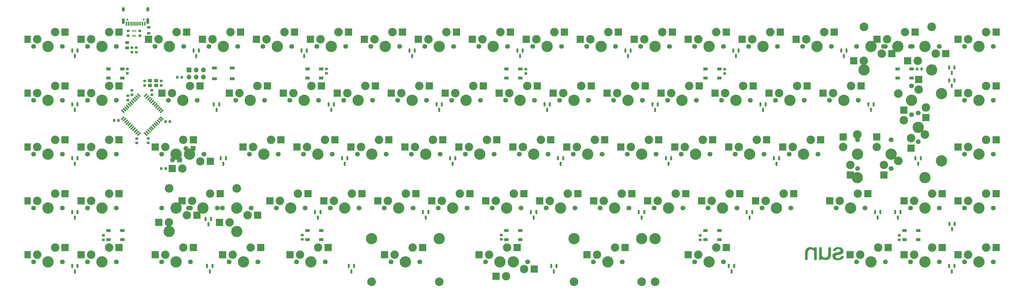
<source format=gbr>
%TF.GenerationSoftware,KiCad,Pcbnew,(5.99.0-11177-g6c67dfa032)*%
%TF.CreationDate,2021-09-17T12:08:35+03:00*%
%TF.ProjectId,SunsetterR2_Hotswap,53756e73-6574-4746-9572-52325f486f74,rev?*%
%TF.SameCoordinates,Original*%
%TF.FileFunction,Soldermask,Bot*%
%TF.FilePolarity,Negative*%
%FSLAX46Y46*%
G04 Gerber Fmt 4.6, Leading zero omitted, Abs format (unit mm)*
G04 Created by KiCad (PCBNEW (5.99.0-11177-g6c67dfa032)) date 2021-09-17 12:08:35*
%MOMM*%
%LPD*%
G01*
G04 APERTURE LIST*
G04 Aperture macros list*
%AMRoundRect*
0 Rectangle with rounded corners*
0 $1 Rounding radius*
0 $2 $3 $4 $5 $6 $7 $8 $9 X,Y pos of 4 corners*
0 Add a 4 corners polygon primitive as box body*
4,1,4,$2,$3,$4,$5,$6,$7,$8,$9,$2,$3,0*
0 Add four circle primitives for the rounded corners*
1,1,$1+$1,$2,$3*
1,1,$1+$1,$4,$5*
1,1,$1+$1,$6,$7*
1,1,$1+$1,$8,$9*
0 Add four rect primitives between the rounded corners*
20,1,$1+$1,$2,$3,$4,$5,0*
20,1,$1+$1,$4,$5,$6,$7,0*
20,1,$1+$1,$6,$7,$8,$9,0*
20,1,$1+$1,$8,$9,$2,$3,0*%
%AMRotRect*
0 Rectangle, with rotation*
0 The origin of the aperture is its center*
0 $1 length*
0 $2 width*
0 $3 Rotation angle, in degrees counterclockwise*
0 Add horizontal line*
21,1,$1,$2,0,0,$3*%
G04 Aperture macros list end*
%ADD10C,3.987800*%
%ADD11C,3.048000*%
%ADD12C,3.050000*%
%ADD13C,4.000000*%
%ADD14R,1.500000X1.000000*%
%ADD15C,1.700000*%
%ADD16C,3.000000*%
%ADD17C,1.200000*%
%ADD18R,2.550000X2.500000*%
%ADD19R,2.200000X2.500000*%
%ADD20RoundRect,0.200000X-0.275000X0.200000X-0.275000X-0.200000X0.275000X-0.200000X0.275000X0.200000X0*%
%ADD21RoundRect,0.225000X0.250000X-0.225000X0.250000X0.225000X-0.250000X0.225000X-0.250000X-0.225000X0*%
%ADD22R,2.500000X2.550000*%
%ADD23RoundRect,0.150000X-0.150000X0.587500X-0.150000X-0.587500X0.150000X-0.587500X0.150000X0.587500X0*%
%ADD24C,2.950000*%
%ADD25RoundRect,0.225000X0.225000X0.250000X-0.225000X0.250000X-0.225000X-0.250000X0.225000X-0.250000X0*%
%ADD26R,1.700000X1.000000*%
%ADD27RoundRect,0.225000X-0.250000X0.225000X-0.250000X-0.225000X0.250000X-0.225000X0.250000X0.225000X0*%
%ADD28R,1.400000X1.200000*%
%ADD29R,0.375000X0.500000*%
%ADD30R,0.300000X0.650000*%
%ADD31R,1.700000X1.700000*%
%ADD32O,1.700000X1.700000*%
%ADD33RoundRect,0.243750X-0.456250X0.243750X-0.456250X-0.243750X0.456250X-0.243750X0.456250X0.243750X0*%
%ADD34C,0.650000*%
%ADD35R,0.600000X1.450000*%
%ADD36R,0.300000X1.450000*%
%ADD37O,1.000000X2.100000*%
%ADD38O,1.000000X1.600000*%
%ADD39RoundRect,0.200000X0.275000X-0.200000X0.275000X0.200000X-0.275000X0.200000X-0.275000X-0.200000X0*%
%ADD40RoundRect,0.225000X-0.225000X-0.250000X0.225000X-0.250000X0.225000X0.250000X-0.225000X0.250000X0*%
%ADD41RoundRect,0.200000X0.200000X0.275000X-0.200000X0.275000X-0.200000X-0.275000X0.200000X-0.275000X0*%
%ADD42RotRect,1.500000X0.550000X315.000000*%
%ADD43RotRect,1.500000X0.550000X225.000000*%
%ADD44RoundRect,0.200000X-0.200000X-0.275000X0.200000X-0.275000X0.200000X0.275000X-0.200000X0.275000X0*%
%ADD45RoundRect,0.218750X-0.381250X0.218750X-0.381250X-0.218750X0.381250X-0.218750X0.381250X0.218750X0*%
G04 APERTURE END LIST*
%TO.C,G\u002A\u002A\u002A*%
G36*
X311274163Y-110428049D02*
G01*
X311274246Y-110588510D01*
X311274781Y-110886123D01*
X311276081Y-111138895D01*
X311278484Y-111351405D01*
X311282329Y-111528236D01*
X311287955Y-111673966D01*
X311295699Y-111793178D01*
X311305899Y-111890451D01*
X311318895Y-111970367D01*
X311335023Y-112037505D01*
X311354622Y-112096447D01*
X311378030Y-112151774D01*
X311405587Y-112208065D01*
X311408366Y-112213438D01*
X311490520Y-112337429D01*
X311601917Y-112461738D01*
X311726376Y-112570298D01*
X311847716Y-112647042D01*
X312032760Y-112717066D01*
X312270016Y-112762358D01*
X312518601Y-112767553D01*
X312765762Y-112731479D01*
X312853928Y-112708037D01*
X313037253Y-112635411D01*
X313185607Y-112535077D01*
X313304482Y-112401472D01*
X313399367Y-112229032D01*
X313475756Y-112012194D01*
X313484830Y-111979134D01*
X313495074Y-111935380D01*
X313503682Y-111886635D01*
X313510841Y-111828235D01*
X313516739Y-111755518D01*
X313521563Y-111663819D01*
X313525502Y-111548475D01*
X313528743Y-111404822D01*
X313531474Y-111228198D01*
X313533882Y-111013939D01*
X313536155Y-110757381D01*
X313538481Y-110453862D01*
X313548586Y-109079319D01*
X314500407Y-109079319D01*
X314500407Y-110216707D01*
X314500067Y-110452742D01*
X314497932Y-110800738D01*
X314493627Y-111104194D01*
X314486910Y-111367494D01*
X314477538Y-111595020D01*
X314465268Y-111791154D01*
X314449857Y-111960280D01*
X314431064Y-112106780D01*
X314408646Y-112235037D01*
X314382359Y-112349433D01*
X314283973Y-112647756D01*
X314153693Y-112906390D01*
X313991457Y-113124573D01*
X313796927Y-113302613D01*
X313569761Y-113440824D01*
X313309618Y-113539516D01*
X313016159Y-113599001D01*
X313004912Y-113600381D01*
X312871580Y-113609745D01*
X312711146Y-113611572D01*
X312539327Y-113606578D01*
X312371837Y-113595480D01*
X312224391Y-113578994D01*
X312112704Y-113557834D01*
X311959191Y-113509449D01*
X311693398Y-113385938D01*
X311449909Y-113220415D01*
X311273781Y-113078110D01*
X311273781Y-113570782D01*
X310344513Y-113570782D01*
X310344513Y-109079319D01*
X311273781Y-109079319D01*
X311274163Y-110428049D01*
G37*
G36*
X307493763Y-109058130D02*
G01*
X307774946Y-109114122D01*
X308034252Y-109204863D01*
X308264726Y-109328420D01*
X308459410Y-109482861D01*
X308489694Y-109511167D01*
X308540289Y-109553221D01*
X308569116Y-109569766D01*
X308574315Y-109561406D01*
X308581987Y-109512605D01*
X308587265Y-109429914D01*
X308589228Y-109324543D01*
X308589228Y-109079319D01*
X309518496Y-109079319D01*
X309518496Y-113570782D01*
X308589228Y-113570782D01*
X308589228Y-112176066D01*
X308589226Y-112098456D01*
X308589119Y-111805623D01*
X308588740Y-111558783D01*
X308587933Y-111353396D01*
X308586540Y-111184919D01*
X308584403Y-111048810D01*
X308581366Y-110940527D01*
X308577272Y-110855529D01*
X308571964Y-110789273D01*
X308565285Y-110737217D01*
X308557077Y-110694820D01*
X308547184Y-110657539D01*
X308535448Y-110620832D01*
X308481685Y-110484730D01*
X308365305Y-110288589D01*
X308212864Y-110127712D01*
X308021347Y-109998449D01*
X307922917Y-109955117D01*
X307746561Y-109908583D01*
X307548676Y-109884511D01*
X307342929Y-109882767D01*
X307142983Y-109903219D01*
X306962506Y-109945733D01*
X306815162Y-110010178D01*
X306704722Y-110084645D01*
X306592060Y-110190278D01*
X306503473Y-110317863D01*
X306432453Y-110477224D01*
X306372488Y-110678187D01*
X306361982Y-110721300D01*
X306351441Y-110770625D01*
X306342717Y-110823008D01*
X306335637Y-110883306D01*
X306330032Y-110956374D01*
X306325729Y-111047071D01*
X306322557Y-111160252D01*
X306320346Y-111300775D01*
X306318925Y-111473496D01*
X306318121Y-111683273D01*
X306317764Y-111934962D01*
X306317683Y-112233420D01*
X306317683Y-113570782D01*
X305357694Y-113570782D01*
X305369532Y-112196240D01*
X305370582Y-112076249D01*
X305373311Y-111787848D01*
X305376076Y-111544174D01*
X305379075Y-111340201D01*
X305382507Y-111170904D01*
X305386571Y-111031258D01*
X305391468Y-110916237D01*
X305397395Y-110820816D01*
X305404552Y-110739970D01*
X305413139Y-110668674D01*
X305423354Y-110601901D01*
X305435397Y-110534628D01*
X305442770Y-110496286D01*
X305503506Y-110235953D01*
X305577243Y-110015779D01*
X305668484Y-109826184D01*
X305781732Y-109657590D01*
X305921488Y-109500416D01*
X305939959Y-109482135D01*
X306101855Y-109341080D01*
X306269752Y-109232738D01*
X306454636Y-109152208D01*
X306667488Y-109094584D01*
X306919293Y-109054964D01*
X307197659Y-109038819D01*
X307493763Y-109058130D01*
G37*
G36*
X317293010Y-109037741D02*
G01*
X317591312Y-109067903D01*
X317882637Y-109130532D01*
X318138217Y-109225246D01*
X318361486Y-109353345D01*
X318555878Y-109516131D01*
X318613199Y-109575823D01*
X318748134Y-109748240D01*
X318842258Y-109929939D01*
X318903067Y-110134269D01*
X318932284Y-110322058D01*
X318934354Y-110577769D01*
X318889707Y-110813263D01*
X318799193Y-111026715D01*
X318663658Y-111216299D01*
X318483951Y-111380190D01*
X318260919Y-111516565D01*
X318212122Y-111540303D01*
X318128833Y-111577159D01*
X318041473Y-111609977D01*
X317943329Y-111640418D01*
X317827688Y-111670149D01*
X317687838Y-111700831D01*
X317517064Y-111734130D01*
X317308654Y-111771708D01*
X317055895Y-111815231D01*
X317039624Y-111817999D01*
X316814718Y-111858240D01*
X316634583Y-111895710D01*
X316493069Y-111933115D01*
X316384031Y-111973157D01*
X316301319Y-112018541D01*
X316238788Y-112071969D01*
X316190288Y-112136145D01*
X316149673Y-112213773D01*
X316121465Y-112284562D01*
X316104839Y-112375608D01*
X316118649Y-112468162D01*
X316163634Y-112581759D01*
X316248699Y-112713795D01*
X316379865Y-112827691D01*
X316549681Y-112910112D01*
X316756327Y-112960197D01*
X316997984Y-112977083D01*
X317070735Y-112975617D01*
X317304569Y-112949057D01*
X317510098Y-112890627D01*
X317679789Y-112802257D01*
X317727410Y-112764841D01*
X317817902Y-112672402D01*
X317901415Y-112563446D01*
X317966479Y-112453767D01*
X318001625Y-112359155D01*
X318017429Y-112280132D01*
X319042206Y-112280132D01*
X319027286Y-112364024D01*
X319015527Y-112425655D01*
X318958001Y-112640221D01*
X318876979Y-112825551D01*
X318765857Y-112997647D01*
X318686225Y-113090479D01*
X318562248Y-113209326D01*
X318425576Y-113320110D01*
X318294919Y-113406583D01*
X318244382Y-113432927D01*
X318105988Y-113491937D01*
X317942409Y-113548893D01*
X317771440Y-113597902D01*
X317610874Y-113633073D01*
X317478907Y-113651328D01*
X317263873Y-113667263D01*
X317028743Y-113672235D01*
X316791160Y-113666391D01*
X316568770Y-113649878D01*
X316379219Y-113622841D01*
X316159527Y-113572992D01*
X315874784Y-113479514D01*
X315633359Y-113360701D01*
X315433568Y-113215248D01*
X315273724Y-113041850D01*
X315152145Y-112839200D01*
X315067146Y-112605994D01*
X315047529Y-112523620D01*
X315018985Y-112285680D01*
X315030051Y-112051976D01*
X315078576Y-111830224D01*
X315162409Y-111628136D01*
X315279401Y-111453429D01*
X315427399Y-111313815D01*
X315454792Y-111294026D01*
X315537658Y-111238849D01*
X315623949Y-111190128D01*
X315719599Y-111145982D01*
X315830545Y-111104531D01*
X315962721Y-111063896D01*
X316122062Y-111022195D01*
X316314505Y-110977549D01*
X316545985Y-110928078D01*
X316822436Y-110871900D01*
X317037658Y-110827752D01*
X317230541Y-110784728D01*
X317384683Y-110745030D01*
X317506510Y-110706303D01*
X317602449Y-110666192D01*
X317678925Y-110622343D01*
X317742363Y-110572402D01*
X317799190Y-110514014D01*
X317874329Y-110398621D01*
X317905817Y-110271985D01*
X317890350Y-110145496D01*
X317829726Y-110024820D01*
X317725742Y-109915624D01*
X317580195Y-109823575D01*
X317573035Y-109820052D01*
X317501198Y-109785895D01*
X317441527Y-109762782D01*
X317381265Y-109748576D01*
X317307652Y-109741142D01*
X317207931Y-109738342D01*
X317069344Y-109738042D01*
X316978262Y-109738431D01*
X316861915Y-109740890D01*
X316777378Y-109747144D01*
X316712316Y-109758952D01*
X316654389Y-109778076D01*
X316591261Y-109806276D01*
X316511866Y-109848554D01*
X316363742Y-109962411D01*
X316258627Y-110103091D01*
X316194330Y-110273171D01*
X316177269Y-110344156D01*
X315700220Y-110344156D01*
X315659099Y-110344190D01*
X315494119Y-110344425D01*
X315373919Y-110342277D01*
X315292874Y-110334337D01*
X315245355Y-110317199D01*
X315225736Y-110287458D01*
X315228390Y-110241705D01*
X315247691Y-110176535D01*
X315278011Y-110088540D01*
X315303951Y-110015854D01*
X315385477Y-109836361D01*
X315488308Y-109681226D01*
X315624892Y-109530419D01*
X315774249Y-109401984D01*
X316012346Y-109254931D01*
X316284871Y-109144508D01*
X316590224Y-109071186D01*
X316926803Y-109035440D01*
X317293010Y-109037741D01*
G37*
%TD*%
D10*
%TO.C,>NAME*%
X176244250Y-106045000D03*
D11*
X152368250Y-121285000D03*
X176244250Y-121285000D03*
D10*
X152368250Y-106045000D03*
%TD*%
%TO.C,>NAME*%
X252450500Y-106045000D03*
D11*
X152374500Y-121285000D03*
D10*
X152374500Y-106045000D03*
D11*
X252450500Y-121285000D03*
%TD*%
D10*
%TO.C,>NAME*%
X247681750Y-106045000D03*
D11*
X247681750Y-121285000D03*
X223805750Y-121285000D03*
D10*
X223805750Y-106045000D03*
%TD*%
%TO.C,>NAME*%
X323818250Y-84455000D03*
D11*
X347694250Y-69215000D03*
X323818250Y-69215000D03*
D10*
X347694250Y-84455000D03*
%TD*%
D12*
%TO.C,REF\u002A\u002A*%
X338281250Y-54775000D03*
X338281250Y-78575000D03*
D13*
X353521250Y-54775000D03*
X353521250Y-78575000D03*
%TD*%
D10*
%TO.C,>NAME*%
X104806750Y-103505000D03*
D11*
X80930750Y-88265000D03*
X104806750Y-88265000D03*
D10*
X80930750Y-103505000D03*
%TD*%
%TO.C,ST72*%
X350075500Y-46355000D03*
X326199500Y-46355000D03*
D11*
X326199500Y-31115000D03*
X350075500Y-31115000D03*
%TD*%
D14*
%TO.C,RGB5*%
X342968750Y-46025000D03*
X342968750Y-49225000D03*
X338068750Y-49225000D03*
X338068750Y-46025000D03*
%TD*%
%TO.C,RGB8*%
X199956250Y-106375000D03*
X199956250Y-103175000D03*
X204856250Y-103175000D03*
X204856250Y-106375000D03*
%TD*%
D15*
%TO.C,K21*%
X114617500Y-57150000D03*
D13*
X109537500Y-57150000D03*
D16*
X105727500Y-54610000D03*
D15*
X104457500Y-57150000D03*
D16*
X112077500Y-52070000D03*
D17*
X102177500Y-54610000D03*
D18*
X102177500Y-54610000D03*
X115627500Y-52070000D03*
D17*
X115627500Y-52070000D03*
%TD*%
D15*
%TO.C,K80*%
X361632500Y-95250000D03*
D13*
X366712500Y-95250000D03*
D16*
X369252500Y-90170000D03*
X362902500Y-92710000D03*
D15*
X371792500Y-95250000D03*
D18*
X359352500Y-92710000D03*
D17*
X359352500Y-92710000D03*
D18*
X372802500Y-90170000D03*
D17*
X372802500Y-90170000D03*
%TD*%
D15*
%TO.C,K35*%
X43180000Y-76200000D03*
X33020000Y-76200000D03*
D13*
X38100000Y-76200000D03*
D16*
X40640000Y-71120000D03*
X34290000Y-73660000D03*
D19*
X30915000Y-73660000D03*
D17*
X30740000Y-73660000D03*
D18*
X44190000Y-71120000D03*
D17*
X44190000Y-71120000D03*
%TD*%
D16*
%TO.C,K30*%
X277177500Y-54610000D03*
D13*
X280987500Y-57150000D03*
D15*
X286067500Y-57150000D03*
D16*
X283527500Y-52070000D03*
D15*
X275907500Y-57150000D03*
D17*
X273627500Y-54610000D03*
D18*
X273627500Y-54610000D03*
D17*
X287077500Y-52070000D03*
D18*
X287077500Y-52070000D03*
%TD*%
D20*
%TO.C,R6*%
X67792600Y-38494200D03*
X67792600Y-40144200D03*
%TD*%
D13*
%TO.C,K31*%
X300037500Y-57150000D03*
D16*
X296227500Y-54610000D03*
D15*
X305117500Y-57150000D03*
X294957500Y-57150000D03*
D16*
X302577500Y-52070000D03*
D18*
X292677500Y-54610000D03*
D17*
X292677500Y-54610000D03*
X306127500Y-52070000D03*
D18*
X306127500Y-52070000D03*
%TD*%
D21*
%TO.C,C4*%
X74803000Y-55131000D03*
X74803000Y-53581000D03*
%TD*%
D13*
%TO.C,K33*%
X342900000Y-57150000D03*
D15*
X342900000Y-62230000D03*
D16*
X347980000Y-59690000D03*
X345440000Y-53340000D03*
D15*
X342900000Y-52070000D03*
D22*
X345440000Y-49790000D03*
D17*
X345440000Y-49790000D03*
X347980000Y-63240000D03*
D22*
X347980000Y-63240000D03*
%TD*%
D23*
%TO.C,KD20*%
X99062500Y-77643750D03*
X100962500Y-77643750D03*
X100012500Y-79518750D03*
%TD*%
D20*
%TO.C,R2*%
X70586600Y-32576000D03*
X70586600Y-34226000D03*
%TD*%
D23*
%TO.C,KD4*%
X165737500Y-39543750D03*
X167637500Y-39543750D03*
X166687500Y-41418750D03*
%TD*%
D15*
%TO.C,K73*%
X159226250Y-114300000D03*
D24*
X160496250Y-111760000D03*
X166846250Y-109220000D03*
D15*
X169386250Y-114300000D03*
D13*
X164306250Y-114300000D03*
D17*
X156946250Y-111760000D03*
D18*
X156946250Y-111760000D03*
X170396250Y-109220000D03*
D17*
X170396250Y-109220000D03*
%TD*%
D16*
%TO.C,K51*%
X40640000Y-90170000D03*
D13*
X38100000Y-95250000D03*
D16*
X34290000Y-92710000D03*
D15*
X43180000Y-95250000D03*
X33020000Y-95250000D03*
D19*
X30915000Y-92710000D03*
D17*
X30740000Y-92710000D03*
D18*
X44190000Y-90170000D03*
D17*
X44190000Y-90170000D03*
%TD*%
D16*
%TO.C,K78*%
X343852500Y-111760000D03*
D13*
X347662500Y-114300000D03*
D15*
X342582500Y-114300000D03*
D16*
X350202500Y-109220000D03*
D15*
X352742500Y-114300000D03*
D18*
X340302500Y-111760000D03*
D17*
X340302500Y-111760000D03*
X353752500Y-109220000D03*
D18*
X353752500Y-109220000D03*
%TD*%
D15*
%TO.C,K23*%
X142557500Y-57150000D03*
D16*
X150177500Y-52070000D03*
X143827500Y-54610000D03*
D13*
X147637500Y-57150000D03*
D15*
X152717500Y-57150000D03*
D18*
X140277500Y-54610000D03*
D17*
X140277500Y-54610000D03*
X153727500Y-52070000D03*
D18*
X153727500Y-52070000D03*
%TD*%
D15*
%TO.C,K58*%
X175895000Y-95250000D03*
D13*
X180975000Y-95250000D03*
D15*
X186055000Y-95250000D03*
D16*
X183515000Y-90170000D03*
X177165000Y-92710000D03*
D17*
X173615000Y-92710000D03*
D18*
X173615000Y-92710000D03*
D17*
X187065000Y-90170000D03*
D18*
X187065000Y-90170000D03*
%TD*%
D25*
%TO.C,C10*%
X346469000Y-46025000D03*
X344919000Y-46025000D03*
%TD*%
D13*
%TO.C,K56*%
X142875000Y-95250000D03*
D16*
X145415000Y-90170000D03*
D15*
X137795000Y-95250000D03*
X147955000Y-95250000D03*
D16*
X139065000Y-92710000D03*
D17*
X135515000Y-92710000D03*
D18*
X135515000Y-92710000D03*
D17*
X148965000Y-90170000D03*
D18*
X148965000Y-90170000D03*
%TD*%
D23*
%TO.C,KD13*%
X175262500Y-58593750D03*
X177162500Y-58593750D03*
X176212500Y-60468750D03*
%TD*%
D16*
%TO.C,K9*%
X191452500Y-35560000D03*
X197802500Y-33020000D03*
D15*
X200342500Y-38100000D03*
D13*
X195262500Y-38100000D03*
D15*
X190182500Y-38100000D03*
D17*
X187902500Y-35560000D03*
D18*
X187902500Y-35560000D03*
D17*
X201352500Y-33020000D03*
D18*
X201352500Y-33020000D03*
%TD*%
D21*
%TO.C,C6*%
X66167000Y-47575000D03*
X66167000Y-46025000D03*
%TD*%
D13*
%TO.C,K10*%
X214312500Y-38100000D03*
D16*
X210502500Y-35560000D03*
X216852500Y-33020000D03*
D15*
X209232500Y-38100000D03*
X219392500Y-38100000D03*
D17*
X206952500Y-35560000D03*
D18*
X206952500Y-35560000D03*
X220402500Y-33020000D03*
D17*
X220402500Y-33020000D03*
%TD*%
D23*
%TO.C,KD30*%
X170500000Y-96693750D03*
X172400000Y-96693750D03*
X171450000Y-98568750D03*
%TD*%
D15*
%TO.C,K6*%
X143192500Y-38100000D03*
D13*
X138112500Y-38100000D03*
D16*
X140652500Y-33020000D03*
X134302500Y-35560000D03*
D15*
X133032500Y-38100000D03*
D18*
X130752500Y-35560000D03*
D17*
X130752500Y-35560000D03*
D18*
X144202500Y-33020000D03*
D17*
X144202500Y-33020000D03*
%TD*%
D26*
%TO.C,SW1*%
X103162500Y-49525000D03*
X96862500Y-49525000D03*
X96862500Y-45725000D03*
X103162500Y-45725000D03*
%TD*%
D27*
%TO.C,C2*%
X69494400Y-70675200D03*
X69494400Y-72225200D03*
%TD*%
D23*
%TO.C,KD9*%
X356237500Y-45544500D03*
X358137500Y-45544500D03*
X357187500Y-47419500D03*
%TD*%
%TO.C,KD25*%
X294325000Y-77643750D03*
X296225000Y-77643750D03*
X295275000Y-79518750D03*
%TD*%
D14*
%TO.C,RGB1*%
X64362500Y-46025000D03*
X64362500Y-49225000D03*
X59462500Y-49225000D03*
X59462500Y-46025000D03*
%TD*%
D23*
%TO.C,KD18*%
X356237500Y-50116500D03*
X358137500Y-50116500D03*
X357187500Y-51991500D03*
%TD*%
D16*
%TO.C,K25*%
X188277500Y-52070000D03*
D15*
X190817500Y-57150000D03*
D13*
X185737500Y-57150000D03*
D16*
X181927500Y-54610000D03*
D15*
X180657500Y-57150000D03*
D18*
X178377500Y-54610000D03*
D17*
X178377500Y-54610000D03*
D18*
X191827500Y-52070000D03*
D17*
X191827500Y-52070000D03*
%TD*%
D23*
%TO.C,KD41*%
X356237500Y-115743750D03*
X358137500Y-115743750D03*
X357187500Y-117618750D03*
%TD*%
%TO.C,KD17*%
X327662500Y-58593750D03*
X329562500Y-58593750D03*
X328612500Y-60468750D03*
%TD*%
D15*
%TO.C,K67*%
X352742500Y-95250000D03*
D16*
X350202500Y-90170000D03*
D13*
X347662500Y-95250000D03*
D15*
X342582500Y-95250000D03*
D16*
X343852500Y-92710000D03*
D17*
X340302500Y-92710000D03*
D18*
X340302500Y-92710000D03*
D17*
X353752500Y-90170000D03*
D18*
X353752500Y-90170000D03*
%TD*%
D23*
%TO.C,KD31*%
X208600000Y-96693750D03*
X210500000Y-96693750D03*
X209550000Y-98568750D03*
%TD*%
D15*
%TO.C,K46*%
X261620000Y-76200000D03*
D16*
X269240000Y-71120000D03*
D15*
X271780000Y-76200000D03*
D16*
X262890000Y-73660000D03*
D13*
X266700000Y-76200000D03*
D17*
X259340000Y-73660000D03*
D18*
X259340000Y-73660000D03*
X272790000Y-71120000D03*
D17*
X272790000Y-71120000D03*
%TD*%
D14*
%TO.C,RGB4*%
X275103125Y-46025000D03*
X275103125Y-49225000D03*
X270203125Y-49225000D03*
X270203125Y-46025000D03*
%TD*%
D24*
%TO.C,K49*%
X330676250Y-73660000D03*
D15*
X335756250Y-81280000D03*
X335756250Y-71120000D03*
D13*
X335756250Y-76200000D03*
D24*
X333216250Y-80010000D03*
D17*
X333216250Y-83560000D03*
D22*
X333216250Y-83560000D03*
X330676250Y-70110000D03*
D17*
X330676250Y-70110000D03*
%TD*%
D15*
%TO.C,K11*%
X228282500Y-38100000D03*
D16*
X229552500Y-35560000D03*
D13*
X233362500Y-38100000D03*
D16*
X235902500Y-33020000D03*
D15*
X238442500Y-38100000D03*
D18*
X226002500Y-35560000D03*
D17*
X226002500Y-35560000D03*
D18*
X239452500Y-33020000D03*
D17*
X239452500Y-33020000D03*
%TD*%
D16*
%TO.C,K14*%
X286702500Y-35560000D03*
X293052500Y-33020000D03*
D15*
X285432500Y-38100000D03*
X295592500Y-38100000D03*
D13*
X290512500Y-38100000D03*
D17*
X283152500Y-35560000D03*
D18*
X283152500Y-35560000D03*
D17*
X296602500Y-33020000D03*
D18*
X296602500Y-33020000D03*
%TD*%
D27*
%TO.C,C17*%
X72263000Y-50279000D03*
X72263000Y-51829000D03*
%TD*%
D23*
%TO.C,KD39*%
X215743750Y-115743750D03*
X217643750Y-115743750D03*
X216693750Y-117618750D03*
%TD*%
D28*
%TO.C,Y1*%
X74084000Y-50204000D03*
X76284000Y-50204000D03*
X76284000Y-51904000D03*
X74084000Y-51904000D03*
%TD*%
D15*
%TO.C,K49A1*%
X323850000Y-71120000D03*
X323850000Y-81280000D03*
D13*
X323850000Y-76200000D03*
D16*
X318770000Y-73660000D03*
X321310000Y-80010000D03*
D22*
X321310000Y-83560000D03*
D17*
X321310000Y-83560000D03*
X318770000Y-70110000D03*
D22*
X318770000Y-70110000D03*
%TD*%
D23*
%TO.C,KD19*%
X46675000Y-77643750D03*
X48575000Y-77643750D03*
X47625000Y-79518750D03*
%TD*%
%TO.C,KD28*%
X93792000Y-99075000D03*
X95692000Y-99075000D03*
X94742000Y-100950000D03*
%TD*%
%TO.C,KD40*%
X278450000Y-115743750D03*
X280350000Y-115743750D03*
X279400000Y-117618750D03*
%TD*%
D29*
%TO.C,U1*%
X67991700Y-32601800D03*
D30*
X68529200Y-32526800D03*
D29*
X69066700Y-32601800D03*
X69066700Y-34301800D03*
D30*
X68529200Y-34376800D03*
D29*
X67991700Y-34301800D03*
%TD*%
D15*
%TO.C,K18*%
X43180000Y-57150000D03*
D16*
X34290000Y-54610000D03*
X40640000Y-52070000D03*
D15*
X33020000Y-57150000D03*
D13*
X38100000Y-57150000D03*
D19*
X30915000Y-54610000D03*
D17*
X30740000Y-54610000D03*
X44190000Y-52070000D03*
D18*
X44190000Y-52070000D03*
%TD*%
D20*
%TO.C,R7*%
X73533000Y-70549000D03*
X73533000Y-72199000D03*
%TD*%
D23*
%TO.C,KD26*%
X344331250Y-77643750D03*
X346231250Y-77643750D03*
X345281250Y-79518750D03*
%TD*%
D15*
%TO.C,K66*%
X361632500Y-76200000D03*
D16*
X362902500Y-73660000D03*
D15*
X371792500Y-76200000D03*
D16*
X369252500Y-71120000D03*
D13*
X366712500Y-76200000D03*
D18*
X359352500Y-73660000D03*
D17*
X359352500Y-73660000D03*
X372802500Y-71120000D03*
D18*
X372802500Y-71120000D03*
%TD*%
D14*
%TO.C,RGB7*%
X270203125Y-106375000D03*
X270203125Y-103175000D03*
X275103125Y-103175000D03*
X275103125Y-106375000D03*
%TD*%
D13*
%TO.C,K36*%
X57150000Y-76200000D03*
D16*
X59690000Y-71120000D03*
D15*
X62230000Y-76200000D03*
X52070000Y-76200000D03*
D16*
X53340000Y-73660000D03*
D18*
X49790000Y-73660000D03*
D17*
X49790000Y-73660000D03*
D18*
X63240000Y-71120000D03*
D17*
X63240000Y-71120000D03*
%TD*%
D15*
%TO.C,K32*%
X314007500Y-57150000D03*
D13*
X319087500Y-57150000D03*
D16*
X321627500Y-52070000D03*
D15*
X324167500Y-57150000D03*
D16*
X315277500Y-54610000D03*
D17*
X311727500Y-54610000D03*
D18*
X311727500Y-54610000D03*
X325177500Y-52070000D03*
D17*
X325177500Y-52070000D03*
%TD*%
D31*
%TO.C,LED1*%
X84633750Y-78182000D03*
D32*
X82093750Y-78182000D03*
%TD*%
D33*
%TO.C,F1*%
X66116200Y-36730700D03*
X66116200Y-38605700D03*
%TD*%
D23*
%TO.C,KD1*%
X46675000Y-39543750D03*
X48575000Y-39543750D03*
X47625000Y-41418750D03*
%TD*%
D21*
%TO.C,C7*%
X136398000Y-47575000D03*
X136398000Y-46025000D03*
%TD*%
D15*
%TO.C,K8*%
X171132500Y-38100000D03*
D13*
X176212500Y-38100000D03*
D16*
X178752500Y-33020000D03*
D15*
X181292500Y-38100000D03*
D16*
X172402500Y-35560000D03*
D17*
X168852500Y-35560000D03*
D18*
X168852500Y-35560000D03*
D17*
X182302500Y-33020000D03*
D18*
X182302500Y-33020000D03*
%TD*%
D23*
%TO.C,KD22*%
X180025000Y-77643750D03*
X181925000Y-77643750D03*
X180975000Y-79518750D03*
%TD*%
D24*
%TO.C,K72*%
X133508750Y-109220000D03*
D13*
X130968750Y-114300000D03*
D15*
X136048750Y-114300000D03*
X125888750Y-114300000D03*
D24*
X127158750Y-111760000D03*
D18*
X123608750Y-111760000D03*
D17*
X123608750Y-111760000D03*
D18*
X137058750Y-109220000D03*
D17*
X137058750Y-109220000D03*
%TD*%
D15*
%TO.C,K63*%
X271145000Y-95250000D03*
X281305000Y-95250000D03*
D16*
X272415000Y-92710000D03*
D13*
X276225000Y-95250000D03*
D16*
X278765000Y-90170000D03*
D18*
X268865000Y-92710000D03*
D17*
X268865000Y-92710000D03*
X282315000Y-90170000D03*
D18*
X282315000Y-90170000D03*
%TD*%
D21*
%TO.C,C9*%
X276987000Y-47638000D03*
X276987000Y-46088000D03*
%TD*%
D14*
%TO.C,RGB3*%
X204856250Y-46025000D03*
X204856250Y-49225000D03*
X199956250Y-49225000D03*
X199956250Y-46025000D03*
%TD*%
D13*
%TO.C,K53*%
X83343750Y-95250000D03*
D24*
X87153750Y-97790000D03*
D15*
X78263750Y-95250000D03*
D24*
X80803750Y-100330000D03*
D15*
X88423750Y-95250000D03*
D18*
X90703750Y-97790000D03*
D17*
X90703750Y-97790000D03*
X77253750Y-100330000D03*
D18*
X77253750Y-100330000D03*
%TD*%
D23*
%TO.C,KD32*%
X246700000Y-96693750D03*
X248600000Y-96693750D03*
X247650000Y-98568750D03*
%TD*%
%TO.C,KD6*%
X241937500Y-39543750D03*
X243837500Y-39543750D03*
X242887500Y-41418750D03*
%TD*%
%TO.C,KD36*%
X46675000Y-115743750D03*
X48575000Y-115743750D03*
X47625000Y-117618750D03*
%TD*%
D15*
%TO.C,K22*%
X123507500Y-57150000D03*
X133667500Y-57150000D03*
D13*
X128587500Y-57150000D03*
D16*
X131127500Y-52070000D03*
X124777500Y-54610000D03*
D17*
X121227500Y-54610000D03*
D18*
X121227500Y-54610000D03*
X134677500Y-52070000D03*
D17*
X134677500Y-52070000D03*
%TD*%
D15*
%TO.C,K7*%
X162242500Y-38100000D03*
D13*
X157162500Y-38100000D03*
D16*
X159702500Y-33020000D03*
D15*
X152082500Y-38100000D03*
D16*
X153352500Y-35560000D03*
D18*
X149802500Y-35560000D03*
D17*
X149802500Y-35560000D03*
D18*
X163252500Y-33020000D03*
D17*
X163252500Y-33020000D03*
%TD*%
D25*
%TO.C,C1*%
X63055800Y-64262000D03*
X61505800Y-64262000D03*
%TD*%
D16*
%TO.C,K13*%
X267652500Y-35560000D03*
D13*
X271462500Y-38100000D03*
D15*
X276542500Y-38100000D03*
X266382500Y-38100000D03*
D16*
X274002500Y-33020000D03*
D17*
X264102500Y-35560000D03*
D18*
X264102500Y-35560000D03*
D17*
X277552500Y-33020000D03*
D18*
X277552500Y-33020000D03*
%TD*%
D23*
%TO.C,KD2*%
X89537500Y-39543750D03*
X91437500Y-39543750D03*
X90487500Y-41418750D03*
%TD*%
D21*
%TO.C,C16*%
X78105000Y-51829000D03*
X78105000Y-50279000D03*
%TD*%
D14*
%TO.C,RGB6*%
X340450000Y-106375000D03*
X340450000Y-103175000D03*
X345350000Y-103175000D03*
X345350000Y-106375000D03*
%TD*%
D15*
%TO.C,K74A1*%
X207492500Y-114300000D03*
D24*
X199872500Y-119380000D03*
X206222500Y-116840000D03*
D15*
X197332500Y-114300000D03*
D13*
X202412500Y-114300000D03*
D17*
X209772500Y-116840000D03*
D18*
X209772500Y-116840000D03*
D17*
X196322500Y-119380000D03*
D18*
X196322500Y-119380000D03*
%TD*%
D15*
%TO.C,K27*%
X228917500Y-57150000D03*
D16*
X226377500Y-52070000D03*
D13*
X223837500Y-57150000D03*
D16*
X220027500Y-54610000D03*
D15*
X218757500Y-57150000D03*
D18*
X216477500Y-54610000D03*
D17*
X216477500Y-54610000D03*
D18*
X229927500Y-52070000D03*
D17*
X229927500Y-52070000D03*
%TD*%
D23*
%TO.C,KD15*%
X251462500Y-58593750D03*
X253362500Y-58593750D03*
X252412500Y-60468750D03*
%TD*%
D15*
%TO.C,K43*%
X214630000Y-76200000D03*
D16*
X205740000Y-73660000D03*
D15*
X204470000Y-76200000D03*
D16*
X212090000Y-71120000D03*
D13*
X209550000Y-76200000D03*
D17*
X202190000Y-73660000D03*
D18*
X202190000Y-73660000D03*
X215640000Y-71120000D03*
D17*
X215640000Y-71120000D03*
%TD*%
D14*
%TO.C,RGB2*%
X134609375Y-46025000D03*
X134609375Y-49225000D03*
X129709375Y-49225000D03*
X129709375Y-46025000D03*
%TD*%
D34*
%TO.C,J1*%
X71946250Y-28577600D03*
X66166250Y-28577600D03*
D35*
X65806250Y-30022600D03*
X66606250Y-30022600D03*
D36*
X67806250Y-30022600D03*
X68806250Y-30022600D03*
X69306250Y-30022600D03*
X70306250Y-30022600D03*
D35*
X71506250Y-30022600D03*
X72306250Y-30022600D03*
X72306250Y-30022600D03*
X71506250Y-30022600D03*
D36*
X70806250Y-30022600D03*
X69806250Y-30022600D03*
X68306250Y-30022600D03*
X67306250Y-30022600D03*
D35*
X66606250Y-30022600D03*
X65806250Y-30022600D03*
D37*
X73376250Y-29107600D03*
D38*
X64736250Y-24927600D03*
X73376250Y-24927600D03*
D37*
X64736250Y-29107600D03*
%TD*%
D24*
%TO.C,K71*%
X109696250Y-109220000D03*
D13*
X107156250Y-114300000D03*
D24*
X103346250Y-111760000D03*
D15*
X112236250Y-114300000D03*
X102076250Y-114300000D03*
D17*
X99796250Y-111760000D03*
D18*
X99796250Y-111760000D03*
X113246250Y-109220000D03*
D17*
X113246250Y-109220000D03*
%TD*%
D15*
%TO.C,K16A1*%
X343211250Y-38100000D03*
X333051250Y-38100000D03*
D13*
X338131250Y-38100000D03*
D24*
X340671250Y-33020000D03*
X334321250Y-35560000D03*
D17*
X330771250Y-35560000D03*
D18*
X330771250Y-35560000D03*
D17*
X344221250Y-33020000D03*
D18*
X344221250Y-33020000D03*
%TD*%
D15*
%TO.C,K29*%
X267017500Y-57150000D03*
D13*
X261937500Y-57150000D03*
D16*
X258127500Y-54610000D03*
X264477500Y-52070000D03*
D15*
X256857500Y-57150000D03*
D17*
X254577500Y-54610000D03*
D18*
X254577500Y-54610000D03*
D17*
X268027500Y-52070000D03*
D18*
X268027500Y-52070000D03*
%TD*%
D15*
%TO.C,K69*%
X52070000Y-114300000D03*
X62230000Y-114300000D03*
D16*
X59690000Y-109220000D03*
D13*
X57150000Y-114300000D03*
D16*
X53340000Y-111760000D03*
D18*
X49790000Y-111760000D03*
D17*
X49790000Y-111760000D03*
X63240000Y-109220000D03*
D18*
X63240000Y-109220000D03*
%TD*%
D16*
%TO.C,K59*%
X196215000Y-92710000D03*
D13*
X200025000Y-95250000D03*
D15*
X205105000Y-95250000D03*
X194945000Y-95250000D03*
D16*
X202565000Y-90170000D03*
D18*
X192665000Y-92710000D03*
D17*
X192665000Y-92710000D03*
D18*
X206115000Y-90170000D03*
D17*
X206115000Y-90170000D03*
%TD*%
D15*
%TO.C,K1*%
X33020000Y-38100000D03*
X43180000Y-38100000D03*
D16*
X34290000Y-35560000D03*
D13*
X38100000Y-38100000D03*
D16*
X40640000Y-33020000D03*
D19*
X30915000Y-35560000D03*
D17*
X30740000Y-35560000D03*
D18*
X44190000Y-33020000D03*
D17*
X44190000Y-33020000D03*
%TD*%
D16*
%TO.C,K77*%
X331152500Y-109220000D03*
X324802500Y-111760000D03*
D15*
X323532500Y-114300000D03*
D13*
X328612500Y-114300000D03*
D15*
X333692500Y-114300000D03*
D18*
X321252500Y-111760000D03*
D17*
X321252500Y-111760000D03*
D18*
X334702500Y-109220000D03*
D17*
X334702500Y-109220000D03*
%TD*%
D23*
%TO.C,KD34*%
X330043750Y-96693750D03*
X331943750Y-96693750D03*
X330993750Y-98568750D03*
%TD*%
%TO.C,KD12*%
X137162500Y-58593750D03*
X139062500Y-58593750D03*
X138112500Y-60468750D03*
%TD*%
D31*
%TO.C,LED1a1*%
X89396250Y-74143000D03*
D32*
X86856250Y-74143000D03*
%TD*%
D23*
%TO.C,KD16*%
X289562500Y-58593750D03*
X291462500Y-58593750D03*
X290512500Y-60468750D03*
%TD*%
D27*
%TO.C,C15*%
X57658000Y-104889000D03*
X57658000Y-106439000D03*
%TD*%
D15*
%TO.C,K20*%
X80645000Y-57150000D03*
X90805000Y-57150000D03*
D13*
X85725000Y-57150000D03*
D24*
X88265000Y-52070000D03*
X81915000Y-54610000D03*
D18*
X78365000Y-54610000D03*
D17*
X78365000Y-54610000D03*
D18*
X91815000Y-52070000D03*
D17*
X91815000Y-52070000D03*
%TD*%
D39*
%TO.C,R5*%
X69265800Y-40144200D03*
X69265800Y-38494200D03*
%TD*%
D40*
%TO.C,C3*%
X79616000Y-64643000D03*
X81166000Y-64643000D03*
%TD*%
D15*
%TO.C,K76*%
X276542500Y-114300000D03*
D16*
X267652500Y-111760000D03*
X274002500Y-109220000D03*
D15*
X266382500Y-114300000D03*
D13*
X271462500Y-114300000D03*
D17*
X264102500Y-111760000D03*
D18*
X264102500Y-111760000D03*
X277552500Y-109220000D03*
D17*
X277552500Y-109220000D03*
%TD*%
D16*
%TO.C,K45*%
X243840000Y-73660000D03*
X250190000Y-71120000D03*
D15*
X242570000Y-76200000D03*
D13*
X247650000Y-76200000D03*
D15*
X252730000Y-76200000D03*
D18*
X240290000Y-73660000D03*
D17*
X240290000Y-73660000D03*
X253740000Y-71120000D03*
D18*
X253740000Y-71120000D03*
%TD*%
D16*
%TO.C,K42*%
X186690000Y-73660000D03*
D15*
X195580000Y-76200000D03*
D16*
X193040000Y-71120000D03*
D13*
X190500000Y-76200000D03*
D15*
X185420000Y-76200000D03*
D17*
X183140000Y-73660000D03*
D18*
X183140000Y-73660000D03*
D17*
X196590000Y-71120000D03*
D18*
X196590000Y-71120000D03*
%TD*%
D23*
%TO.C,KD29*%
X132400000Y-96693750D03*
X134300000Y-96693750D03*
X133350000Y-98568750D03*
%TD*%
D15*
%TO.C,K16*%
X323532500Y-38100000D03*
D13*
X328612500Y-38100000D03*
D16*
X332422500Y-40640000D03*
X326072500Y-43180000D03*
D15*
X333692500Y-38100000D03*
D18*
X335972500Y-40640000D03*
D17*
X335972500Y-40640000D03*
X322522500Y-43180000D03*
D18*
X322522500Y-43180000D03*
%TD*%
D16*
%TO.C,K44*%
X224790000Y-73660000D03*
D15*
X223520000Y-76200000D03*
D16*
X231140000Y-71120000D03*
D13*
X228600000Y-76200000D03*
D15*
X233680000Y-76200000D03*
D18*
X221240000Y-73660000D03*
D17*
X221240000Y-73660000D03*
D18*
X234690000Y-71120000D03*
D17*
X234690000Y-71120000D03*
%TD*%
D16*
%TO.C,K3*%
X77152500Y-35560000D03*
D15*
X86042500Y-38100000D03*
D16*
X83502500Y-33020000D03*
D15*
X75882500Y-38100000D03*
D13*
X80962500Y-38100000D03*
D17*
X73602500Y-35560000D03*
D18*
X73602500Y-35560000D03*
X87052500Y-33020000D03*
D17*
X87052500Y-33020000D03*
%TD*%
D14*
%TO.C,RGB10*%
X59462500Y-106375000D03*
X59462500Y-103175000D03*
X64362500Y-103175000D03*
X64362500Y-106375000D03*
%TD*%
D23*
%TO.C,KD23*%
X218125000Y-77643750D03*
X220025000Y-77643750D03*
X219075000Y-79518750D03*
%TD*%
%TO.C,KD42*%
X356301000Y-100789500D03*
X358201000Y-100789500D03*
X357251000Y-102664500D03*
%TD*%
D15*
%TO.C,K34*%
X371792500Y-38100000D03*
X361632500Y-38100000D03*
D13*
X366712500Y-38100000D03*
D16*
X362902500Y-35560000D03*
X369252500Y-33020000D03*
D17*
X359352500Y-35560000D03*
D18*
X359352500Y-35560000D03*
D17*
X372802500Y-33020000D03*
D18*
X372802500Y-33020000D03*
%TD*%
D23*
%TO.C,KD7*%
X280037500Y-39543750D03*
X281937500Y-39543750D03*
X280987500Y-41418750D03*
%TD*%
D27*
%TO.C,C14*%
X127889000Y-104762000D03*
X127889000Y-106312000D03*
%TD*%
D15*
%TO.C,K55*%
X128905000Y-95250000D03*
D13*
X123825000Y-95250000D03*
D16*
X126365000Y-90170000D03*
D15*
X118745000Y-95250000D03*
D16*
X120015000Y-92710000D03*
D18*
X116465000Y-92710000D03*
D17*
X116465000Y-92710000D03*
D18*
X129915000Y-90170000D03*
D17*
X129915000Y-90170000D03*
%TD*%
D16*
%TO.C,K4*%
X96202500Y-35560000D03*
D15*
X94932500Y-38100000D03*
D16*
X102552500Y-33020000D03*
D13*
X100012500Y-38100000D03*
D15*
X105092500Y-38100000D03*
D18*
X92652500Y-35560000D03*
D17*
X92652500Y-35560000D03*
X106102500Y-33020000D03*
D18*
X106102500Y-33020000D03*
%TD*%
D15*
%TO.C,K70*%
X88423750Y-114300000D03*
D24*
X85883750Y-109220000D03*
D15*
X78263750Y-114300000D03*
D13*
X83343750Y-114300000D03*
D24*
X79533750Y-111760000D03*
D18*
X75983750Y-111760000D03*
D17*
X75983750Y-111760000D03*
D18*
X89433750Y-109220000D03*
D17*
X89433750Y-109220000D03*
%TD*%
D23*
%TO.C,KD10*%
X46675000Y-58593750D03*
X48575000Y-58593750D03*
X47625000Y-60468750D03*
%TD*%
%TO.C,KD14*%
X213362500Y-58593750D03*
X215262500Y-58593750D03*
X214312500Y-60468750D03*
%TD*%
D15*
%TO.C,K62*%
X262255000Y-95250000D03*
X252095000Y-95250000D03*
D13*
X257175000Y-95250000D03*
D16*
X253365000Y-92710000D03*
X259715000Y-90170000D03*
D17*
X249815000Y-92710000D03*
D18*
X249815000Y-92710000D03*
D17*
X263265000Y-90170000D03*
D18*
X263265000Y-90170000D03*
%TD*%
D41*
%TO.C,R3*%
X85407000Y-49022000D03*
X83757000Y-49022000D03*
%TD*%
D14*
%TO.C,RGB9*%
X129709375Y-106375000D03*
X129709375Y-103175000D03*
X134609375Y-103175000D03*
X134609375Y-106375000D03*
%TD*%
D23*
%TO.C,KD27*%
X46675000Y-96693750D03*
X48575000Y-96693750D03*
X47625000Y-98568750D03*
%TD*%
D15*
%TO.C,K15*%
X314642500Y-38100000D03*
D13*
X309562500Y-38100000D03*
D16*
X305752500Y-35560000D03*
X312102500Y-33020000D03*
D15*
X304482500Y-38100000D03*
D18*
X302202500Y-35560000D03*
D17*
X302202500Y-35560000D03*
X315652500Y-33020000D03*
D18*
X315652500Y-33020000D03*
%TD*%
D16*
%TO.C,K61*%
X240665000Y-90170000D03*
D13*
X238125000Y-95250000D03*
D16*
X234315000Y-92710000D03*
D15*
X243205000Y-95250000D03*
X233045000Y-95250000D03*
D17*
X230765000Y-92710000D03*
D18*
X230765000Y-92710000D03*
D17*
X244215000Y-90170000D03*
D18*
X244215000Y-90170000D03*
%TD*%
D23*
%TO.C,KD21*%
X141925000Y-77643750D03*
X143825000Y-77643750D03*
X142875000Y-79518750D03*
%TD*%
D21*
%TO.C,C5*%
X67767200Y-55131000D03*
X67767200Y-53581000D03*
%TD*%
D27*
%TO.C,C18*%
X66294000Y-55511400D03*
X66294000Y-57061400D03*
%TD*%
%TO.C,C11*%
X338582000Y-104889000D03*
X338582000Y-106439000D03*
%TD*%
D13*
%TO.C,K53A1*%
X92868750Y-95250000D03*
D15*
X87788750Y-95250000D03*
D24*
X95408750Y-90170000D03*
D15*
X97948750Y-95250000D03*
D24*
X89058750Y-92710000D03*
D18*
X85508750Y-92710000D03*
D17*
X85508750Y-92710000D03*
D18*
X98958750Y-90170000D03*
D17*
X98958750Y-90170000D03*
%TD*%
D15*
%TO.C,K38*%
X109220000Y-76200000D03*
D16*
X110490000Y-73660000D03*
D15*
X119380000Y-76200000D03*
D16*
X116840000Y-71120000D03*
D13*
X114300000Y-76200000D03*
D17*
X106940000Y-73660000D03*
D18*
X106940000Y-73660000D03*
D17*
X120390000Y-71120000D03*
D18*
X120390000Y-71120000D03*
%TD*%
D27*
%TO.C,C13*%
X198120000Y-104762000D03*
X198120000Y-106312000D03*
%TD*%
D15*
%TO.C,K17*%
X342582500Y-38100000D03*
D16*
X351472500Y-40640000D03*
D15*
X352742500Y-38100000D03*
D13*
X347662500Y-38100000D03*
D16*
X345122500Y-43180000D03*
D18*
X355022500Y-40640000D03*
D17*
X355022500Y-40640000D03*
D18*
X341572500Y-43180000D03*
D17*
X341572500Y-43180000D03*
%TD*%
D15*
%TO.C,K68*%
X33020000Y-114300000D03*
D16*
X40640000Y-109220000D03*
D15*
X43180000Y-114300000D03*
D16*
X34290000Y-111760000D03*
D13*
X38100000Y-114300000D03*
D17*
X30740000Y-111760000D03*
D19*
X30915000Y-111760000D03*
D17*
X44190000Y-109220000D03*
D18*
X44190000Y-109220000D03*
%TD*%
D21*
%TO.C,C8*%
X206756000Y-47638000D03*
X206756000Y-46088000D03*
%TD*%
D15*
%TO.C,K64*%
X300355000Y-95250000D03*
D13*
X295275000Y-95250000D03*
D16*
X291465000Y-92710000D03*
X297815000Y-90170000D03*
D15*
X290195000Y-95250000D03*
D18*
X287915000Y-92710000D03*
D17*
X287915000Y-92710000D03*
D18*
X301365000Y-90170000D03*
D17*
X301365000Y-90170000D03*
%TD*%
D23*
%TO.C,KD37*%
X94300000Y-115743750D03*
X96200000Y-115743750D03*
X95250000Y-117618750D03*
%TD*%
%TO.C,KD11*%
X96681250Y-58593750D03*
X98581250Y-58593750D03*
X97631250Y-60468750D03*
%TD*%
D24*
%TO.C,K65*%
X324008750Y-90170000D03*
D15*
X316388750Y-95250000D03*
D24*
X317658750Y-92710000D03*
D13*
X321468750Y-95250000D03*
D15*
X326548750Y-95250000D03*
D18*
X314108750Y-92710000D03*
D17*
X314108750Y-92710000D03*
X327558750Y-90170000D03*
D18*
X327558750Y-90170000D03*
%TD*%
D15*
%TO.C,K37A1*%
X78263750Y-76200000D03*
D24*
X85883750Y-71120000D03*
X79533750Y-73660000D03*
D13*
X83343750Y-76200000D03*
D15*
X88423750Y-76200000D03*
D18*
X75983750Y-73660000D03*
D17*
X75983750Y-73660000D03*
D18*
X89433750Y-71120000D03*
D17*
X89433750Y-71120000D03*
%TD*%
D15*
%TO.C,K28*%
X247967500Y-57150000D03*
D13*
X242887500Y-57150000D03*
D16*
X239077500Y-54610000D03*
X245427500Y-52070000D03*
D15*
X237807500Y-57150000D03*
D17*
X235527500Y-54610000D03*
D18*
X235527500Y-54610000D03*
D17*
X248977500Y-52070000D03*
D18*
X248977500Y-52070000D03*
%TD*%
D23*
%TO.C,KD5*%
X203837500Y-39543750D03*
X205737500Y-39543750D03*
X204787500Y-41418750D03*
%TD*%
D13*
%TO.C,K2*%
X57150000Y-38100000D03*
D16*
X59690000Y-33020000D03*
D15*
X52070000Y-38100000D03*
X62230000Y-38100000D03*
D16*
X53340000Y-35560000D03*
D17*
X49790000Y-35560000D03*
D18*
X49790000Y-35560000D03*
D17*
X63240000Y-33020000D03*
D18*
X63240000Y-33020000D03*
%TD*%
D16*
%TO.C,K50*%
X362902500Y-54610000D03*
D15*
X371792500Y-57150000D03*
D16*
X369252500Y-52070000D03*
D15*
X361632500Y-57150000D03*
D13*
X366712500Y-57150000D03*
D17*
X359352500Y-54610000D03*
D18*
X359352500Y-54610000D03*
D17*
X372802500Y-52070000D03*
D18*
X372802500Y-52070000D03*
%TD*%
D15*
%TO.C,K12*%
X257492500Y-38100000D03*
D16*
X254952500Y-33020000D03*
X248602500Y-35560000D03*
D13*
X252412500Y-38100000D03*
D15*
X247332500Y-38100000D03*
D17*
X245052500Y-35560000D03*
D18*
X245052500Y-35560000D03*
D17*
X258502500Y-33020000D03*
D18*
X258502500Y-33020000D03*
%TD*%
D23*
%TO.C,KD35*%
X337187500Y-96693750D03*
X339087500Y-96693750D03*
X338137500Y-98568750D03*
%TD*%
D15*
%TO.C,K41*%
X166370000Y-76200000D03*
D13*
X171450000Y-76200000D03*
D16*
X173990000Y-71120000D03*
D15*
X176530000Y-76200000D03*
D16*
X167640000Y-73660000D03*
D18*
X164090000Y-73660000D03*
D17*
X164090000Y-73660000D03*
D18*
X177540000Y-71120000D03*
D17*
X177540000Y-71120000D03*
%TD*%
D20*
%TO.C,R1*%
X66421000Y-32576000D03*
X66421000Y-34226000D03*
%TD*%
D23*
%TO.C,KD38*%
X144306250Y-115743750D03*
X146206250Y-115743750D03*
X145256250Y-117618750D03*
%TD*%
D15*
%TO.C,K75*%
X240823750Y-114300000D03*
D24*
X238283750Y-109220000D03*
D13*
X235743750Y-114300000D03*
D15*
X230663750Y-114300000D03*
D24*
X231933750Y-111760000D03*
D18*
X228383750Y-111760000D03*
D17*
X228383750Y-111760000D03*
D18*
X241833750Y-109220000D03*
D17*
X241833750Y-109220000D03*
%TD*%
D42*
%TO.C,U2*%
X64578564Y-61027918D03*
X65144250Y-60462233D03*
X65709935Y-59896548D03*
X66275620Y-59330862D03*
X66841306Y-58765177D03*
X67406991Y-58199491D03*
X67972677Y-57633806D03*
X68538362Y-57068120D03*
X69104048Y-56502435D03*
X69669733Y-55936750D03*
X70235418Y-55371064D03*
D43*
X72639582Y-55371064D03*
X73205267Y-55936750D03*
X73770952Y-56502435D03*
X74336638Y-57068120D03*
X74902323Y-57633806D03*
X75468009Y-58199491D03*
X76033694Y-58765177D03*
X76599380Y-59330862D03*
X77165065Y-59896548D03*
X77730750Y-60462233D03*
X78296436Y-61027918D03*
D42*
X78296436Y-63432082D03*
X77730750Y-63997767D03*
X77165065Y-64563452D03*
X76599380Y-65129138D03*
X76033694Y-65694823D03*
X75468009Y-66260509D03*
X74902323Y-66826194D03*
X74336638Y-67391880D03*
X73770952Y-67957565D03*
X73205267Y-68523250D03*
X72639582Y-69088936D03*
D43*
X70235418Y-69088936D03*
X69669733Y-68523250D03*
X69104048Y-67957565D03*
X68538362Y-67391880D03*
X67972677Y-66826194D03*
X67406991Y-66260509D03*
X66841306Y-65694823D03*
X66275620Y-65129138D03*
X65709935Y-64563452D03*
X65144250Y-63997767D03*
X64578564Y-63432082D03*
%TD*%
D15*
%TO.C,K74*%
X202723750Y-114300000D03*
D13*
X197643750Y-114300000D03*
D24*
X200183750Y-109220000D03*
X193833750Y-111760000D03*
D15*
X192563750Y-114300000D03*
D17*
X190283750Y-111760000D03*
D18*
X190283750Y-111760000D03*
D17*
X203733750Y-109220000D03*
D18*
X203733750Y-109220000D03*
%TD*%
D16*
%TO.C,K57*%
X158115000Y-92710000D03*
X164465000Y-90170000D03*
D15*
X156845000Y-95250000D03*
X167005000Y-95250000D03*
D13*
X161925000Y-95250000D03*
D18*
X154565000Y-92710000D03*
D17*
X154565000Y-92710000D03*
D18*
X168015000Y-90170000D03*
D17*
X168015000Y-90170000D03*
%TD*%
D13*
%TO.C,K24*%
X166687500Y-57150000D03*
D16*
X162877500Y-54610000D03*
X169227500Y-52070000D03*
D15*
X161607500Y-57150000D03*
X171767500Y-57150000D03*
D18*
X159327500Y-54610000D03*
D17*
X159327500Y-54610000D03*
D18*
X172777500Y-52070000D03*
D17*
X172777500Y-52070000D03*
%TD*%
D13*
%TO.C,K60*%
X219075000Y-95250000D03*
D16*
X215265000Y-92710000D03*
D15*
X224155000Y-95250000D03*
X213995000Y-95250000D03*
D16*
X221615000Y-90170000D03*
D18*
X211715000Y-92710000D03*
D17*
X211715000Y-92710000D03*
D18*
X225165000Y-90170000D03*
D17*
X225165000Y-90170000D03*
%TD*%
D44*
%TO.C,R4*%
X78067400Y-81255000D03*
X79717400Y-81255000D03*
%TD*%
D23*
%TO.C,KD33*%
X284800000Y-96693750D03*
X286700000Y-96693750D03*
X285750000Y-98568750D03*
%TD*%
D31*
%TO.C,ISP1*%
X87949800Y-46350000D03*
D32*
X87949800Y-48890000D03*
X90489800Y-46350000D03*
X90489800Y-48890000D03*
X93029800Y-46350000D03*
X93029800Y-48890000D03*
%TD*%
D23*
%TO.C,KD8*%
X318137500Y-39543750D03*
X320037500Y-39543750D03*
X319087500Y-41418750D03*
%TD*%
D15*
%TO.C,K52*%
X62230000Y-95250000D03*
D16*
X59690000Y-90170000D03*
D13*
X57150000Y-95250000D03*
D15*
X52070000Y-95250000D03*
D16*
X53340000Y-92710000D03*
D18*
X49790000Y-92710000D03*
D17*
X49790000Y-92710000D03*
D18*
X63240000Y-90170000D03*
D17*
X63240000Y-90170000D03*
%TD*%
D13*
%TO.C,K26*%
X204787500Y-57150000D03*
D16*
X207327500Y-52070000D03*
X200977500Y-54610000D03*
D15*
X199707500Y-57150000D03*
X209867500Y-57150000D03*
D17*
X197427500Y-54610000D03*
D18*
X197427500Y-54610000D03*
D17*
X210877500Y-52070000D03*
D18*
X210877500Y-52070000D03*
%TD*%
D23*
%TO.C,KD24*%
X256225000Y-77643750D03*
X258125000Y-77643750D03*
X257175000Y-79518750D03*
%TD*%
D13*
%TO.C,K39*%
X133350000Y-76200000D03*
D16*
X129540000Y-73660000D03*
D15*
X138430000Y-76200000D03*
X128270000Y-76200000D03*
D16*
X135890000Y-71120000D03*
D18*
X125990000Y-73660000D03*
D17*
X125990000Y-73660000D03*
X139440000Y-71120000D03*
D18*
X139440000Y-71120000D03*
%TD*%
D15*
%TO.C,K47*%
X280670000Y-76200000D03*
D16*
X288290000Y-71120000D03*
D13*
X285750000Y-76200000D03*
D15*
X290830000Y-76200000D03*
D16*
X281940000Y-73660000D03*
D17*
X278390000Y-73660000D03*
D18*
X278390000Y-73660000D03*
X291840000Y-71120000D03*
D17*
X291840000Y-71120000D03*
%TD*%
D27*
%TO.C,C12*%
X268351000Y-104889000D03*
X268351000Y-106439000D03*
%TD*%
D23*
%TO.C,KD3*%
X127637500Y-39543750D03*
X129537500Y-39543750D03*
X128587500Y-41418750D03*
%TD*%
D45*
%TO.C,FB1*%
X73710800Y-31322500D03*
X73710800Y-33447500D03*
%TD*%
D15*
%TO.C,K5*%
X124142500Y-38100000D03*
D13*
X119062500Y-38100000D03*
D16*
X121602500Y-33020000D03*
X115252500Y-35560000D03*
D15*
X113982500Y-38100000D03*
D18*
X111702500Y-35560000D03*
D17*
X111702500Y-35560000D03*
X125152500Y-33020000D03*
D18*
X125152500Y-33020000D03*
%TD*%
D24*
%TO.C,K37*%
X85566250Y-81280000D03*
D15*
X93186250Y-76200000D03*
D13*
X88106250Y-76200000D03*
D15*
X83026250Y-76200000D03*
D24*
X91916250Y-78740000D03*
D18*
X95466250Y-78740000D03*
D17*
X95466250Y-78740000D03*
X82016250Y-81280000D03*
D18*
X82016250Y-81280000D03*
%TD*%
D16*
%TO.C,K19*%
X59690000Y-52070000D03*
D13*
X57150000Y-57150000D03*
D15*
X52070000Y-57150000D03*
D16*
X53340000Y-54610000D03*
D15*
X62230000Y-57150000D03*
D17*
X49790000Y-54610000D03*
D18*
X49790000Y-54610000D03*
X63240000Y-52070000D03*
D17*
X63240000Y-52070000D03*
%TD*%
D13*
%TO.C,K54*%
X104775000Y-95250000D03*
D16*
X108585000Y-97790000D03*
D15*
X99695000Y-95250000D03*
D16*
X102235000Y-100330000D03*
D15*
X109855000Y-95250000D03*
D18*
X112135000Y-97790000D03*
D17*
X112135000Y-97790000D03*
X98685000Y-100330000D03*
D18*
X98685000Y-100330000D03*
%TD*%
D15*
%TO.C,K33A1*%
X345281250Y-61595000D03*
D13*
X345281250Y-66675000D03*
D16*
X342741250Y-70485000D03*
D15*
X345281250Y-71755000D03*
D16*
X340201250Y-64135000D03*
D17*
X342741250Y-74035000D03*
D22*
X342741250Y-74035000D03*
X340201250Y-60585000D03*
D17*
X340201250Y-60585000D03*
%TD*%
D13*
%TO.C,K48*%
X304800000Y-76200000D03*
D15*
X309880000Y-76200000D03*
D16*
X300990000Y-73660000D03*
X307340000Y-71120000D03*
D15*
X299720000Y-76200000D03*
D17*
X297440000Y-73660000D03*
D18*
X297440000Y-73660000D03*
D17*
X310890000Y-71120000D03*
D18*
X310890000Y-71120000D03*
%TD*%
D15*
%TO.C,K79*%
X361632500Y-114300000D03*
D16*
X362902500Y-111760000D03*
X369252500Y-109220000D03*
D13*
X366712500Y-114300000D03*
D15*
X371792500Y-114300000D03*
D17*
X359352500Y-111760000D03*
D18*
X359352500Y-111760000D03*
D17*
X372802500Y-109220000D03*
D18*
X372802500Y-109220000D03*
%TD*%
D15*
%TO.C,K40*%
X157480000Y-76200000D03*
D16*
X148590000Y-73660000D03*
D13*
X152400000Y-76200000D03*
D15*
X147320000Y-76200000D03*
D16*
X154940000Y-71120000D03*
D18*
X145040000Y-73660000D03*
D17*
X145040000Y-73660000D03*
D18*
X158490000Y-71120000D03*
D17*
X158490000Y-71120000D03*
%TD*%
M02*

</source>
